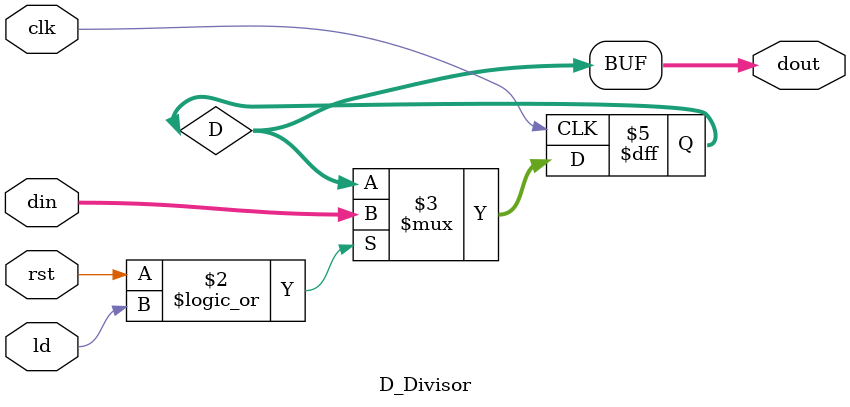
<source format=v>
`timescale 1ns / 1ps
module D_Divisor(dout, din, ld, rst, clk);
	output [7:0] dout;
	input [7:0] din;
	input rst, ld, clk;
	
	reg[7:0] D;
	
	always @(negedge clk)
		begin 
			if(rst || ld) D <= din;
		end
	
	assign dout = D;
	

endmodule

</source>
